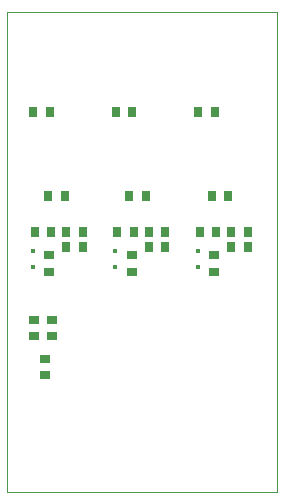
<source format=gbp>
%FSLAX25Y25*%
%MOIN*%
G70*
G01*
G75*
G04 Layer_Color=128*
%ADD10R,0.03937X0.05906*%
%ADD11R,0.15748X0.08465*%
%ADD12R,0.02402X0.03268*%
%ADD13R,0.15748X0.02362*%
%ADD14R,0.12362X0.02835*%
%ADD15R,0.03543X0.03150*%
%ADD16O,0.02362X0.08661*%
%ADD17P,0.20044X4X360.0*%
G04:AMPARAMS|DCode=18|XSize=8.66mil|YSize=27.56mil|CornerRadius=0mil|HoleSize=0mil|Usage=FLASHONLY|Rotation=315.000|XOffset=0mil|YOffset=0mil|HoleType=Round|Shape=Rectangle|*
%AMROTATEDRECTD18*
4,1,4,-0.01281,-0.00668,0.00668,0.01281,0.01281,0.00668,-0.00668,-0.01281,-0.01281,-0.00668,0.0*
%
%ADD18ROTATEDRECTD18*%

G04:AMPARAMS|DCode=19|XSize=8.66mil|YSize=27.56mil|CornerRadius=0mil|HoleSize=0mil|Usage=FLASHONLY|Rotation=45.000|XOffset=0mil|YOffset=0mil|HoleType=Round|Shape=Rectangle|*
%AMROTATEDRECTD19*
4,1,4,0.00668,-0.01281,-0.01281,0.00668,-0.00668,0.01281,0.01281,-0.00668,0.00668,-0.01281,0.0*
%
%ADD19ROTATEDRECTD19*%

%ADD20C,0.00800*%
%ADD21C,0.00600*%
%ADD22C,0.02000*%
%ADD23R,0.06500X0.17000*%
%ADD24R,0.07000X0.17000*%
%ADD25R,0.08000X0.05500*%
%ADD26R,0.07000X0.33000*%
%ADD27R,0.07500X0.05500*%
%ADD28R,0.10000X0.04500*%
%ADD29R,0.11000X0.04500*%
%ADD30R,0.07000X0.20000*%
%ADD31R,0.58000X0.10500*%
%ADD32C,0.00200*%
%ADD33R,0.05906X0.05906*%
%ADD34C,0.05906*%
%ADD35R,0.05906X0.05906*%
%ADD36C,0.01969*%
%ADD37R,0.01378X0.01378*%
%ADD38R,0.03150X0.03543*%
%ADD39R,0.23000X0.07500*%
%ADD40R,0.23500X0.07500*%
%ADD41R,0.17000X0.07500*%
%ADD42R,0.07000X0.19500*%
%ADD43R,0.08000X0.19500*%
%ADD44R,0.07000X0.21000*%
%ADD45R,0.08000X0.19000*%
%ADD46C,0.00984*%
%ADD47C,0.00787*%
%ADD48C,0.00500*%
%ADD49R,0.04737X0.06706*%
%ADD50R,0.16548X0.09265*%
%ADD51R,0.03202X0.04068*%
%ADD52R,0.16548X0.03162*%
%ADD53R,0.13162X0.03635*%
%ADD54R,0.04343X0.03950*%
%ADD55O,0.03162X0.09461*%
%ADD56P,0.21175X4X360.0*%
G04:AMPARAMS|DCode=57|XSize=16.66mil|YSize=35.56mil|CornerRadius=0mil|HoleSize=0mil|Usage=FLASHONLY|Rotation=315.000|XOffset=0mil|YOffset=0mil|HoleType=Round|Shape=Rectangle|*
%AMROTATEDRECTD57*
4,1,4,-0.01846,-0.00668,0.00668,0.01846,0.01846,0.00668,-0.00668,-0.01846,-0.01846,-0.00668,0.0*
%
%ADD57ROTATEDRECTD57*%

G04:AMPARAMS|DCode=58|XSize=16.66mil|YSize=35.56mil|CornerRadius=0mil|HoleSize=0mil|Usage=FLASHONLY|Rotation=45.000|XOffset=0mil|YOffset=0mil|HoleType=Round|Shape=Rectangle|*
%AMROTATEDRECTD58*
4,1,4,0.00668,-0.01846,-0.01846,0.00668,-0.00668,0.01846,0.01846,-0.00668,0.00668,-0.01846,0.0*
%
%ADD58ROTATEDRECTD58*%

%ADD59R,0.06706X0.06706*%
%ADD60C,0.06706*%
%ADD61R,0.06706X0.06706*%
%ADD62C,0.02769*%
%ADD63R,0.02178X0.02178*%
%ADD64R,0.03950X0.04343*%
D15*
X12500Y38744D02*
D03*
Y44256D02*
D03*
X9000Y57256D02*
D03*
Y51744D02*
D03*
X15000D02*
D03*
Y57256D02*
D03*
X69000Y73244D02*
D03*
Y78756D02*
D03*
X41500Y73244D02*
D03*
Y78756D02*
D03*
X14000Y73244D02*
D03*
Y78756D02*
D03*
D32*
X-0Y0D02*
Y160000D01*
X90000D01*
Y0D02*
Y160000D01*
X-0Y0D02*
X90000D01*
D37*
X63500Y74830D02*
D03*
Y80145D02*
D03*
X36000Y74830D02*
D03*
Y80145D02*
D03*
X8500Y74830D02*
D03*
Y80145D02*
D03*
D38*
X68244Y98500D02*
D03*
X73756D02*
D03*
X40744D02*
D03*
X46256D02*
D03*
X74744Y86500D02*
D03*
X80256D02*
D03*
X47244D02*
D03*
X52756D02*
D03*
X25256Y81500D02*
D03*
X19744D02*
D03*
X80256D02*
D03*
X74744D02*
D03*
X52756D02*
D03*
X47244D02*
D03*
X64244Y86500D02*
D03*
X69756D02*
D03*
X9244D02*
D03*
X14756D02*
D03*
X36744D02*
D03*
X42256D02*
D03*
X63744Y126500D02*
D03*
X69256D02*
D03*
X36244D02*
D03*
X41756D02*
D03*
X13744Y98500D02*
D03*
X19256D02*
D03*
X8744Y126500D02*
D03*
X14256D02*
D03*
X19744Y86500D02*
D03*
X25256D02*
D03*
M02*

</source>
